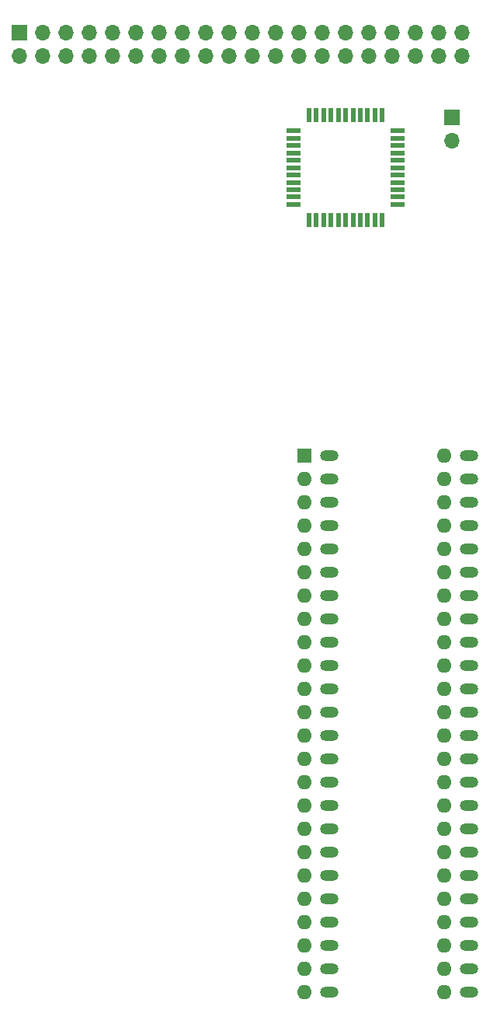
<source format=gbr>
G04 #@! TF.GenerationSoftware,KiCad,Pcbnew,5.1.10-1.fc34*
G04 #@! TF.CreationDate,2021-06-07T07:45:22+01:00*
G04 #@! TF.ProjectId,A500,41353030-2e6b-4696-9361-645f70636258,rev?*
G04 #@! TF.SameCoordinates,Original*
G04 #@! TF.FileFunction,Soldermask,Top*
G04 #@! TF.FilePolarity,Negative*
%FSLAX46Y46*%
G04 Gerber Fmt 4.6, Leading zero omitted, Abs format (unit mm)*
G04 Created by KiCad (PCBNEW 5.1.10-1.fc34) date 2021-06-07 07:45:22*
%MOMM*%
%LPD*%
G01*
G04 APERTURE LIST*
%ADD10R,0.550000X1.500000*%
%ADD11R,1.500000X0.550000*%
%ADD12O,2.000000X1.200000*%
%ADD13O,1.700000X1.700000*%
%ADD14R,1.700000X1.700000*%
%ADD15O,1.600000X1.600000*%
%ADD16R,1.600000X1.600000*%
G04 APERTURE END LIST*
D10*
G04 #@! TO.C,U3*
X99250000Y-43292000D03*
X98450000Y-43292000D03*
X97650000Y-43292000D03*
X96850000Y-43292000D03*
X96050000Y-43292000D03*
X95250000Y-43292000D03*
X94450000Y-43292000D03*
X93650000Y-43292000D03*
X92850000Y-43292000D03*
X92050000Y-43292000D03*
X91250000Y-43292000D03*
D11*
X89550000Y-41592000D03*
X89550000Y-40792000D03*
X89550000Y-39992000D03*
X89550000Y-39192000D03*
X89550000Y-38392000D03*
X89550000Y-37592000D03*
X89550000Y-36792000D03*
X89550000Y-35992000D03*
X89550000Y-35192000D03*
X89550000Y-34392000D03*
X89550000Y-33592000D03*
D10*
X91250000Y-31892000D03*
X92050000Y-31892000D03*
X92850000Y-31892000D03*
X93650000Y-31892000D03*
X94450000Y-31892000D03*
X95250000Y-31892000D03*
X96050000Y-31892000D03*
X96850000Y-31892000D03*
X97650000Y-31892000D03*
X98450000Y-31892000D03*
X99250000Y-31892000D03*
D11*
X100950000Y-33592000D03*
X100950000Y-34392000D03*
X100950000Y-35192000D03*
X100950000Y-35992000D03*
X100950000Y-36792000D03*
X100950000Y-37592000D03*
X100950000Y-38392000D03*
X100950000Y-39192000D03*
X100950000Y-39992000D03*
X100950000Y-40792000D03*
X100950000Y-41592000D03*
G04 #@! TD*
D12*
G04 #@! TO.C,U2*
X93472000Y-127406400D03*
X108712000Y-127406400D03*
X93472000Y-124866400D03*
X108712000Y-124866400D03*
X93472000Y-122326400D03*
X108712000Y-122326400D03*
X93472000Y-119786400D03*
X108712000Y-119786400D03*
X93472000Y-117246400D03*
X108712000Y-117246400D03*
X93472000Y-114706400D03*
X108712000Y-114706400D03*
X93472000Y-112166400D03*
X108712000Y-112166400D03*
X93472000Y-109626400D03*
X108712000Y-109626400D03*
X93472000Y-107086400D03*
X108712000Y-107086400D03*
X93472000Y-104546400D03*
X108712000Y-104546400D03*
X93472000Y-102006400D03*
X108712000Y-102006400D03*
X93472000Y-99466400D03*
X108712000Y-99466400D03*
X93472000Y-96926400D03*
X108712000Y-96926400D03*
X93472000Y-94386400D03*
X108712000Y-94386400D03*
X93472000Y-91846400D03*
X108712000Y-91846400D03*
X93472000Y-89306400D03*
X108712000Y-89306400D03*
X93472000Y-86766400D03*
X108712000Y-86766400D03*
X93472000Y-84226400D03*
X108712000Y-84226400D03*
X93472000Y-81686400D03*
X108712000Y-81686400D03*
X93472000Y-79146400D03*
X108712000Y-79146400D03*
X93472000Y-76606400D03*
X108712000Y-76606400D03*
X93472000Y-74066400D03*
X108712000Y-74066400D03*
X93472000Y-71526400D03*
X108712000Y-71526400D03*
X93472000Y-68986400D03*
X108712000Y-68986400D03*
G04 #@! TD*
D13*
G04 #@! TO.C,J1*
X107950000Y-25400000D03*
X107950000Y-22860000D03*
X105410000Y-25400000D03*
X105410000Y-22860000D03*
X102870000Y-25400000D03*
X102870000Y-22860000D03*
X100330000Y-25400000D03*
X100330000Y-22860000D03*
X97790000Y-25400000D03*
X97790000Y-22860000D03*
X95250000Y-25400000D03*
X95250000Y-22860000D03*
X92710000Y-25400000D03*
X92710000Y-22860000D03*
X90170000Y-25400000D03*
X90170000Y-22860000D03*
X87630000Y-25400000D03*
X87630000Y-22860000D03*
X85090000Y-25400000D03*
X85090000Y-22860000D03*
X82550000Y-25400000D03*
X82550000Y-22860000D03*
X80010000Y-25400000D03*
X80010000Y-22860000D03*
X77470000Y-25400000D03*
X77470000Y-22860000D03*
X74930000Y-25400000D03*
X74930000Y-22860000D03*
X72390000Y-25400000D03*
X72390000Y-22860000D03*
X69850000Y-25400000D03*
X69850000Y-22860000D03*
X67310000Y-25400000D03*
X67310000Y-22860000D03*
X64770000Y-25400000D03*
X64770000Y-22860000D03*
X62230000Y-25400000D03*
X62230000Y-22860000D03*
X59690000Y-25400000D03*
D14*
X59690000Y-22860000D03*
G04 #@! TD*
D15*
G04 #@! TO.C,U1*
X105990000Y-68965000D03*
X90750000Y-127385000D03*
X105990000Y-71505000D03*
X90750000Y-124845000D03*
X105990000Y-74045000D03*
X90750000Y-122305000D03*
X105990000Y-76585000D03*
X90750000Y-119765000D03*
X105990000Y-79125000D03*
X90750000Y-117225000D03*
X105990000Y-81665000D03*
X90750000Y-114685000D03*
X105990000Y-84205000D03*
X90750000Y-112145000D03*
X105990000Y-86745000D03*
X90750000Y-109605000D03*
X105990000Y-89285000D03*
X90750000Y-107065000D03*
X105990000Y-91825000D03*
X90750000Y-104525000D03*
X105990000Y-94365000D03*
X90750000Y-101985000D03*
X105990000Y-96905000D03*
X90750000Y-99445000D03*
X105990000Y-99445000D03*
X90750000Y-96905000D03*
X105990000Y-101985000D03*
X90750000Y-94365000D03*
X105990000Y-104525000D03*
X90750000Y-91825000D03*
X105990000Y-107065000D03*
X90750000Y-89285000D03*
X105990000Y-109605000D03*
X90750000Y-86745000D03*
X105990000Y-112145000D03*
X90750000Y-84205000D03*
X105990000Y-114685000D03*
X90750000Y-81665000D03*
X105990000Y-117225000D03*
X90750000Y-79125000D03*
X105990000Y-119765000D03*
X90750000Y-76585000D03*
X105990000Y-122305000D03*
X90750000Y-74045000D03*
X105990000Y-124845000D03*
X90750000Y-71505000D03*
X105990000Y-127385000D03*
D16*
X90750000Y-68965000D03*
G04 #@! TD*
D13*
G04 #@! TO.C,JP1*
X106807000Y-34671000D03*
D14*
X106807000Y-32131000D03*
G04 #@! TD*
M02*

</source>
